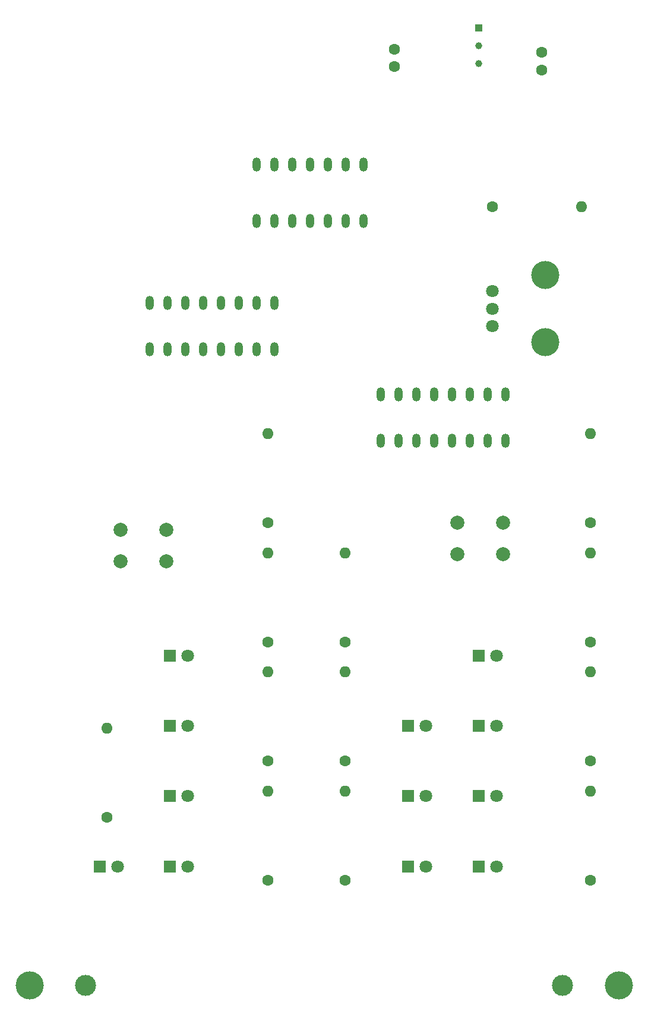
<source format=gbr>
%TF.GenerationSoftware,KiCad,Pcbnew,5.1.8-db9833491~87~ubuntu18.04.1*%
%TF.CreationDate,2020-11-24T07:54:30-06:00*%
%TF.ProjectId,binary-clock-01,62696e61-7279-42d6-936c-6f636b2d3031,rev?*%
%TF.SameCoordinates,Original*%
%TF.FileFunction,Soldermask,Top*%
%TF.FilePolarity,Negative*%
%FSLAX46Y46*%
G04 Gerber Fmt 4.6, Leading zero omitted, Abs format (unit mm)*
G04 Created by KiCad (PCBNEW 5.1.8-db9833491~87~ubuntu18.04.1) date 2020-11-24 07:54:30*
%MOMM*%
%LPD*%
G01*
G04 APERTURE LIST*
%ADD10C,4.000000*%
%ADD11C,3.000000*%
%ADD12O,1.200000X2.000000*%
%ADD13C,1.600000*%
%ADD14R,1.800000X1.800000*%
%ADD15C,1.800000*%
%ADD16O,1.600000X1.600000*%
%ADD17C,2.000000*%
%ADD18R,1.000000X1.000000*%
%ADD19C,1.000000*%
G04 APERTURE END LIST*
D10*
%TO.C,REF\u002A\u002A*%
X167000000Y-172000000D03*
%TD*%
%TO.C,REF\u002A\u002A*%
X83000000Y-172000000D03*
%TD*%
D11*
%TO.C,REF\u002A\u002A*%
X159000000Y-172000000D03*
%TD*%
%TO.C,REF\u002A\u002A*%
X91000000Y-172000000D03*
%TD*%
D12*
%TO.C,U102*%
X100110000Y-74700000D03*
X100110000Y-81300000D03*
X102650000Y-74700000D03*
X102650000Y-81300000D03*
X105190000Y-74700000D03*
X105190000Y-81300000D03*
X107730000Y-74700000D03*
X107730000Y-81300000D03*
X110270000Y-74700000D03*
X110270000Y-81300000D03*
X112810000Y-74700000D03*
X112810000Y-81300000D03*
X115350000Y-74700000D03*
X115350000Y-81300000D03*
X117890000Y-74700000D03*
X117890000Y-81300000D03*
%TD*%
D13*
%TO.C,C100*%
X156000000Y-41500000D03*
X156000000Y-39000000D03*
%TD*%
%TO.C,C101*%
X135000000Y-38500000D03*
X135000000Y-41000000D03*
%TD*%
D14*
%TO.C,D100*%
X93000000Y-155000000D03*
D15*
X95540000Y-155000000D03*
%TD*%
%TO.C,D101*%
X105540000Y-125000000D03*
D14*
X103000000Y-125000000D03*
%TD*%
D15*
%TO.C,D102*%
X105540000Y-135000000D03*
D14*
X103000000Y-135000000D03*
%TD*%
%TO.C,D103*%
X103000000Y-145000000D03*
D15*
X105540000Y-145000000D03*
%TD*%
%TO.C,D104*%
X105540000Y-155000000D03*
D14*
X103000000Y-155000000D03*
%TD*%
%TO.C,D105*%
X137000000Y-135000000D03*
D15*
X139540000Y-135000000D03*
%TD*%
%TO.C,D106*%
X139540000Y-145000000D03*
D14*
X137000000Y-145000000D03*
%TD*%
%TO.C,D107*%
X137000000Y-155000000D03*
D15*
X139540000Y-155000000D03*
%TD*%
%TO.C,D108*%
X149540000Y-125000000D03*
D14*
X147000000Y-125000000D03*
%TD*%
%TO.C,D109*%
X147000000Y-135000000D03*
D15*
X149540000Y-135000000D03*
%TD*%
%TO.C,D110*%
X149540000Y-145000000D03*
D14*
X147000000Y-145000000D03*
%TD*%
%TO.C,D111*%
X147000000Y-155000000D03*
D15*
X149540000Y-155000000D03*
%TD*%
D13*
%TO.C,R100*%
X94000000Y-148000000D03*
D16*
X94000000Y-135300000D03*
%TD*%
%TO.C,R101*%
X117000000Y-93300000D03*
D13*
X117000000Y-106000000D03*
%TD*%
%TO.C,R102*%
X117000000Y-123000000D03*
D16*
X117000000Y-110300000D03*
%TD*%
%TO.C,R103*%
X117000000Y-127300000D03*
D13*
X117000000Y-140000000D03*
%TD*%
%TO.C,R104*%
X117000000Y-157000000D03*
D16*
X117000000Y-144300000D03*
%TD*%
%TO.C,R105*%
X128000000Y-110300000D03*
D13*
X128000000Y-123000000D03*
%TD*%
%TO.C,R106*%
X128000000Y-140000000D03*
D16*
X128000000Y-127300000D03*
%TD*%
D13*
%TO.C,R107*%
X128000000Y-157000000D03*
D16*
X128000000Y-144300000D03*
%TD*%
D13*
%TO.C,R108*%
X163000000Y-106000000D03*
D16*
X163000000Y-93300000D03*
%TD*%
D13*
%TO.C,R109*%
X163000000Y-123000000D03*
D16*
X163000000Y-110300000D03*
%TD*%
D13*
%TO.C,R110*%
X163000000Y-140000000D03*
D16*
X163000000Y-127300000D03*
%TD*%
%TO.C,R111*%
X163000000Y-144300000D03*
D13*
X163000000Y-157000000D03*
%TD*%
%TO.C,R112*%
X149000000Y-61000000D03*
D16*
X161700000Y-61000000D03*
%TD*%
D15*
%TO.C,RV100*%
X149000000Y-73000000D03*
X149000000Y-75500000D03*
X149000000Y-78000000D03*
D10*
X156500000Y-70750000D03*
X156500000Y-80250000D03*
%TD*%
D17*
%TO.C,SW100*%
X96000000Y-111500000D03*
X96000000Y-107000000D03*
X102500000Y-111500000D03*
X102500000Y-107000000D03*
%TD*%
%TO.C,SW101*%
X150500000Y-106000000D03*
X150500000Y-110500000D03*
X144000000Y-106000000D03*
X144000000Y-110500000D03*
%TD*%
D18*
%TO.C,U100*%
X147000000Y-35460000D03*
D19*
X147000000Y-38000000D03*
X147000000Y-40540000D03*
%TD*%
D12*
%TO.C,U101*%
X115380000Y-55000000D03*
X115380000Y-63000000D03*
X117920000Y-55000000D03*
X117920000Y-63000000D03*
X120460000Y-55000000D03*
X120460000Y-63000000D03*
X123000000Y-55000000D03*
X123000000Y-63000000D03*
X125540000Y-55000000D03*
X125540000Y-63000000D03*
X128080000Y-55000000D03*
X128080000Y-63000000D03*
X130620000Y-55000000D03*
X130620000Y-63000000D03*
%TD*%
%TO.C,U103*%
X150890000Y-94300000D03*
X150890000Y-87700000D03*
X148350000Y-94300000D03*
X148350000Y-87700000D03*
X145810000Y-94300000D03*
X145810000Y-87700000D03*
X143270000Y-94300000D03*
X143270000Y-87700000D03*
X140730000Y-94300000D03*
X140730000Y-87700000D03*
X138190000Y-94300000D03*
X138190000Y-87700000D03*
X135650000Y-94300000D03*
X135650000Y-87700000D03*
X133110000Y-94300000D03*
X133110000Y-87700000D03*
%TD*%
M02*

</source>
